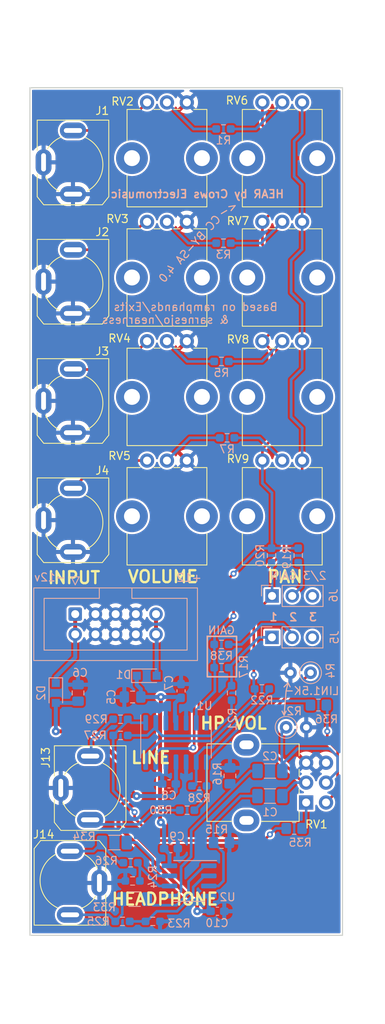
<source format=kicad_pcb>
(kicad_pcb (version 20211014) (generator pcbnew)
  (title_block (title "Exits") (date "2022-01-28") (rev "2.1"))
  (layers (0 "F.Cu" signal) (31 "B.Cu" signal) (34 "B.Paste" user) (35 "F.Paste" user) (36 "B.SilkS" user "B.Silkscreen") (37 "F.SilkS" user "F.Silkscreen") (38 "B.Mask" user) (39 "F.Mask" user) (44 "Edge.Cuts" user))
  (net 0 "")
  (net 1 "GND")
  (net 2 "Net-(C1-Pad1)")
  (net 3 "Net-(C1-Pad2)")
  (net 4 "Net-(C2-Pad2)")
  (net 5 "+12V")
  (net 6 "-12V")
  (net 7 "Net-(D1-Pad2)")
  (net 8 "Net-(D2-Pad1)")
  (net 9 "Net-(J1-PadT)")
  (net 10 "Net-(J4-PadT)")
  (net 11 "Net-(J5-Pad1)")
  (net 12 "Net-(R1-Pad2)")
  (net 13 "Net-(J6-Pad1)")
  (net 14 "Net-(J5-Pad2)")
  (net 15 "RLineOut")
  (net 16 "LLineOut")
  (net 18 "Net-(R3-Pad2)")
  (net 19 "Net-(R21-Pad2)")
  (net 20 "Net-(R5-Pad2)")
  (net 21 "Net-(R7-Pad2)")
  (net 22 "HPoutR")
  (net 23 "HPoutL")
  (net 24 "Net-(R22-Pad2)")
  (net 25 "Net-(J6-Pad2)")
  (net 26 "Net-(R23-Pad2)")
  (net 27 "Net-(R24-Pad2)")
  (net 28 "Net-(R3-Pad1)")
  (net 29 "Net-(R1-Pad1)")
  (net 30 "Net-(J2-PadT)")
  (net 31 "Net-(R5-Pad1)")
  (net 32 "Net-(R7-Pad1)")
  (net 33 "Net-(R33-Pad2)")
  (net 34 "Net-(R34-Pad2)")
  (net 35 "Net-(J3-PadT)")
  (net 36 "/LeftMix")
  (net 37 "/RightMix")
  (net 39 "Net-(C2-Pad1)")
  (net 40 "Net-(R35-Pad1)")
  (net 41 "Net-(R36-Pad1)")
  (net 42 "Lout")
  (net 43 "Rout")
  (footprint "nearness:PJ341" (layer "F.Cu") (at 19.685 49.911 180)
    (fp_text reference "J2")
    (fp_text value "PJ341")
  )
  (footprint "Potentiometer_THT:Potentiometer_Alps_RK09K_Single_Vertical" (layer "F.Cu") (at 43.5 72.4 -90)
    (fp_text reference "RV9")
    (fp_text value "10K")
  )
  (footprint "nearness:PJ341" (layer "F.Cu") (at 19.685 34.925 180)
    (fp_text reference "J1")
    (fp_text value "PJ341")
  )
  (footprint "nearness:PJ341" (layer "F.Cu") (at 19.685 64.897 180)
    (fp_text reference "J3")
    (fp_text value "PJ341")
  )
  (footprint "Potentiometer_THT:Potentiometer_Alps_RK09K_Single_Vertical" (layer "F.Cu") (at 29 27.4 -90)
    (fp_text reference "RV2")
    (fp_text value "10K Vol")
  )
  (footprint "Potentiometer_THT:Potentiometer_Alps_RK09K_Single_Vertical" (layer "F.Cu") (at 43.5 42.4 -90)
    (fp_text reference "RV7")
    (fp_text value "10K")
  )
  (footprint "Potentiometer_THT:Potentiometer_Alps_RK09K_Single_Vertical" (layer "F.Cu") (at 43.5 57.4 -90)
    (fp_text reference "RV8")
    (fp_text value "10K")
  )
  (footprint "Potentiometer_THT:Potentiometer_Alpha_RD902F-40-00D_Dual_Vertical" (layer "F.Cu") (at 49.0036 115.3668 180)
    (fp_text reference "RV1")
    (fp_text value "B10K")
  )
  (footprint "Potentiometer_THT:Potentiometer_Alps_RK09K_Single_Vertical" (layer "F.Cu") (at 29 57.4 -90)
    (fp_text reference "RV4")
    (fp_text value "10K Vol")
  )
  (footprint "nearness:PJ341" (layer "F.Cu") (at 21.844 113.538 180)
    (fp_text reference "J13")
    (fp_text value "PJ341")
  )
  (footprint "Potentiometer_THT:Potentiometer_Alps_RK09K_Single_Vertical" (layer "F.Cu") (at 29 42.4 -90)
    (fp_text reference "RV3")
    (fp_text value "10K Vol")
  )
  (footprint "Potentiometer_THT:Potentiometer_Alps_RK09K_Single_Vertical" (layer "F.Cu") (at 29 72.4 -90)
    (fp_text reference "RV5")
    (fp_text value "10K Vol")
  )
  (footprint "Potentiometer_THT:Potentiometer_Alps_RK09K_Single_Vertical" (layer "F.Cu") (at 43.5 27.4 -90)
    (fp_text reference "RV6")
    (fp_text value "10K")
  )
  (footprint "nearness:PJ341" (layer "F.Cu") (at 19.685 79.883 180)
    (fp_text reference "J4")
    (fp_text value "PJ341")
  )
  (footprint "nearness:PJ341" (layer "F.Cu") (at 19.304 125.476)
    (fp_text reference "J14")
    (fp_text value "PJ341")
  )
  (footprint "Capacitor_SMD:C_0805_2012Metric_Pad1.18x1.45mm_HandSolder" (layer "B.Cu") (at 27.178 102.108 180)
    (fp_text reference "C5")
    (fp_text value "22u")
  )
  (footprint "Capacitor_SMD:C_0805_2012Metric_Pad1.18x1.45mm_HandSolder" (layer "B.Cu") (at 20.32 101.6 -90)
    (fp_text reference "C6")
    (fp_text value "22u")
  )
  (footprint "Capacitor_SMD:C_0603_1608Metric_Pad1.08x0.95mm_HandSolder" (layer "B.Cu") (at 33.274 101.346 90)
    (fp_text reference "C7")
    (fp_text value "100n")
  )
  (footprint "Capacitor_SMD:C_0603_1608Metric_Pad1.08x0.95mm_HandSolder" (layer "B.Cu") (at 31.75 113.03)
    (fp_text reference "C8")
    (fp_text value "100n")
  )
  (footprint "Capacitor_SMD:C_0603_1608Metric_Pad1.08x0.95mm_HandSolder" (layer "B.Cu") (at 32.004 121.158)
    (fp_text reference "C9")
    (fp_text value "100n")
  )
  (footprint "Capacitor_SMD:C_0603_1608Metric_Pad1.08x0.95mm_HandSolder" (layer "B.Cu") (at 37.846 129.032 180)
    (fp_text reference "C10")
    (fp_text value "100n")
  )
  (footprint "Diode_SMD:D_SOD-323_HandSoldering" (layer "B.Cu") (at 28.956 99.441)
    (fp_text reference "D1")
    (fp_text value "1N5819HW")
  )
  (footprint "Diode_SMD:D_SOD-323_HandSoldering" (layer "B.Cu") (at 17.526 101.6 -90)
    (fp_text reference "D2")
    (fp_text value "1N5819HW")
  )
  (footprint "Resistor_SMD:R_0603_1608Metric_Pad0.98x0.95mm_HandSolder" (layer "B.Cu") (at 38.354 98.425)
    (fp_text reference "R17")
    (fp_text value "51K")
  )
  (footprint "Resistor_SMD:R_0603_1608Metric_Pad0.98x0.95mm_HandSolder" (layer "B.Cu") (at 48.006 84.328 -90)
    (fp_text reference "R19")
    (fp_text value "100K")
  )
  (footprint "Resistor_SMD:R_0603_1608Metric_Pad0.98x0.95mm_HandSolder" (layer "B.Cu") (at 44.6532 84.328 -90)
    (fp_text reference "R20")
    (fp_text value "51K")
  )
  (footprint "Resistor_SMD:R_0603_1608Metric_Pad0.98x0.95mm_HandSolder" (layer "B.Cu") (at 39.624 101.6 -90)
    (fp_text reference "R21")
    (fp_text value "10K")
  )
  (footprint "Resistor_SMD:R_0603_1608Metric_Pad0.98x0.95mm_HandSolder" (layer "B.Cu") (at 43.434 101.092)
    (fp_text reference "R22")
    (fp_text value "10K")
  )
  (footprint "Resistor_SMD:R_0603_1608Metric_Pad0.98x0.95mm_HandSolder" (layer "B.Cu") (at 25.654 106.934 180)
    (fp_text reference "R27")
    (fp_text value "10K")
  )
  (footprint "Resistor_SMD:R_0603_1608Metric_Pad0.98x0.95mm_HandSolder" (layer "B.Cu") (at 35.56 113.284)
    (fp_text reference "R28")
    (fp_text value "10K")
  )
  (footprint "Resistor_SMD:R_0603_1608Metric_Pad0.98x0.95mm_HandSolder" (layer "B.Cu") (at 25.654 104.902 180)
    (fp_text reference "R29")
    (fp_text value "470")
  )
  (footprint "Resistor_SMD:R_0603_1608Metric_Pad0.98x0.95mm_HandSolder" (layer "B.Cu") (at 34.036 116.332 180)
    (fp_text reference "R30")
    (fp_text value "470")
  )
  (footprint "Package_SO:SOIC-14_3.9x8.7mm_P1.27mm" (layer "B.Cu") (at 32.639 107.823 -90)
    (fp_text reference "U1")
    (fp_text value "TL074")
  )
  (footprint "Connector_IDC:IDC-Header_2x05_P2.54mm_Vertical" (layer "B.Cu") (at 19.9644 91.694 -90)
    (fp_text reference "J12" hide)
    (fp_text value "Euro power header")
  )
  (footprint "Resistor_SMD:R_0603_1608Metric_Pad0.98x0.95mm_HandSolder" (layer "B.Cu") (at 39.0652 69.5452)
    (fp_text reference "R7")
    (fp_text value "50K")
  )
  (footprint "Capacitor_SMD:C_1206_3216Metric_Pad1.33x1.80mm_HandSolder" (layer "B.Cu") (at 44.45 111.4044 180)
    (fp_text reference "C2")
    (fp_text value "0.47uF")
  )
  (footprint "Resistor_SMD:R_1206_3216Metric_Pad1.30x1.75mm_HandSolder" (layer "B.Cu") (at 24.892 120.396)
    (fp_text reference "R34")
    (fp_text value "10")
  )
  (footprint "Capacitor_SMD:C_1206_3216Metric_Pad1.33x1.80mm_HandSolder" (layer "B.Cu") (at 44.45 114.554 180)
    (fp_text reference "C1")
    (fp_text value "0.47uF")
  )
  (footprint "Connector_PinHeader_2.54mm:PinHeader_1x03_P2.54mm_Vertical" (layer "B.Cu") (at 44.704 94.615 -90)
    (fp_text reference "J5")
    (fp_text value "Attenuator Jumper 1")
  )
  (footprint "Resistor_SMD:R_0603_1608Metric_Pad0.98x0.95mm_HandSolder" (layer "B.Cu") (at 29.718 130.302 180)
    (fp_text reference "R23")
    (fp_text value "10K")
  )
  (footprint "Resistor_SMD:R_0805_2012Metric_Pad1.20x1.40mm_HandSolder" (layer "B.Cu") (at 47.498 118.618 180)
    (fp_text reference "R35")
    (fp_text value "100K")
  )
  (footprint "Resistor_SMD:R_0603_1608Metric_Pad0.98x0.95mm_HandSolder" (layer "B.Cu") (at 38.354 59.944)
    (fp_text reference "R5")
    (fp_text value "50K")
  )
  (footprint "Resistor_SMD:R_0805_2012Metric_Pad1.20x1.40mm_HandSolder" (layer "B.Cu") (at 38.354 120.396 180)
    (fp_text reference "R15")
    (fp_text value "100K")
  )
  (footprint "Resistor_SMD:R_0805_2012Metric_Pad1.20x1.40mm_HandSolder" (layer "B.Cu") (at 39.4208 112.014 -90)
    (fp_text reference "R16")
    (fp_text value "100K")
  )
  (footprint "Resistor_SMD:R_0805_2012Metric_Pad1.20x1.40mm_HandSolder" (layer "B.Cu") (at 50.546 103.124 180)
    (fp_text reference "R36")
    (fp_text value "100K")
  )
  (footprint "Resistor_SMD:R_0603_1608Metric_Pad0.98x0.95mm_HandSolder" (layer "B.Cu") (at 27.178 125.222)
    (fp_text reference "R24")
    (fp_text value "10K")
  )
  (footprint "Package_SO:SOIC-8_3.9x4.9mm_P1.27mm" (layer "B.Cu") (at 34.29 125.222 180)
    (fp_text reference "U2")
    (fp_text value "RC4580")
  )
  (footprint "Resistor_THT:R_Axial_DIN0207_L6.3mm_D2.5mm_P2.54mm_Vertical" (layer "B.Cu") (at 46.482 105.918)
    (fp_text reference "R2")
    (fp_text value "LIN1.5K" hide)
  )
  (footprint "Connector_PinHeader_2.54mm:PinHeader_1x03_P2.54mm_Vertical" (layer "B.Cu") (at 44.719 89.408 -90)
    (fp_text reference "J6")
    (fp_text value "Attenuator Jumper 2")
  )
  (footprint "Resistor_SMD:R_0603_1608Metric_Pad0.98x0.95mm_HandSolder" (layer "B.Cu") (at 25.908 130.302)
    (fp_text reference "R25")
    (fp_text value "1K")
  )
  (footprint "Resistor_SMD:R_1206_3216Metric_Pad1.30x1.75mm_HandSolder" (layer "B.Cu") (at 27.432 127.508)
    (fp_text reference "R33")
    (fp_text value "10")
  )
  (footprint "Resistor_SMD:R_0603_1608Metric_Pad0.98x0.95mm_HandSolder" (layer "B.Cu") (at 26.924 122.936)
    (fp_text reference "R26")
    (fp_text value "1K")
  )
  (footprint "Resistor_SMD:R_0603_1608Metric_Pad0.98x0.95mm_HandSolder" (layer "B.Cu") (at 38.354 95.504)
    (fp_text reference "R38")
    (fp_text value "100K")
  )
  (footprint "Resistor_SMD:R_0603_1608Metric_Pad0.98x0.95mm_HandSolder" (layer "B.Cu") (at 38.608 45.085)
    (fp_text reference "R3")
    (fp_text value "50K")
  )
  (footprint "Resistor_SMD:R_0603_1608Metric_Pad0.98x0.95mm_HandSolder" (layer "B.Cu") (at 38.608 30.734)
    (fp_text reference "R1")
    (fp_text value "50K")
  )
  (footprint "Resistor_THT:R_Axial_DIN0207_L6.3mm_D2.5mm_P2.54mm_Vertical" (layer "B.Cu") (at 49.559 99.06 180)
    (fp_text reference "R4")
    (fp_text value "LIN1.5K")
  )
  (gr_line (start 46.736 100.33) (end 46.99 100.838) (layer "B.SilkS") (width 0.15))
  (gr_line (start 46.482 101.346) (end 47.244 101.346) (layer "B.SilkS") (width 0.15))
  (gr_line (start 46.228 104.394) (end 46.482 103.886) (layer "B.SilkS") (width 0.15))
  (gr_line (start 46.736 100.33) (end 46.228 100.838) (layer "B.SilkS") (width 0.15))
  (gr_rect (start 40.259 94.488) (end 36.576 99.568) (layer "B.SilkS") (width 0.2) (fill none))
  (gr_line (start 46.482 101.346) (end 46.736 100.33) (layer "B.SilkS") (width 0.15))
  (gr_line (start 46.482 101.346) (end 46.228 104.394) (layer "B.SilkS") (width 0.15))
  (gr_line (start 46.228 104.394) (end 45.974 103.886) (layer "B.SilkS") (width 0.15))
  (gr_rect (start 53.5748 132.0524) (end 14.2748 25.5524) (layer "Edge.Cuts") (width 0.15) (fill none))
  (gr_text "HEAR by Crows Electromusic" (at 46.3296 38.9128) (layer "B.SilkS") (effects (font (size 1 1) (thickness 0.2)) (justify left mirror)))
  (gr_text "Based on ramphands/Exits\n        & sarnesjo/nearness\n" (at 45.5168 53.8988) (layer "B.SilkS") (effects (font (size 1 1)) (justify left mirror)))
  (gr_text "-12v" (at 16.764 87.0712) (layer "B.SilkS") (effects (font (size 1 1)) (justify mirror)))
  (gr_text "2/3 GAIN" (at 48.006 86.868) (layer "B.SilkS") (effects (font (size 1 1)) (justify mirror)))
  (gr_text "+12" (at 34.29 87.122) (layer "B.SilkS") (effects (font (size 1 1)) (justify mirror)))
  (gr_text "<-" (at 40.3352 40.132 30) (layer "B.SilkS") (effects (font (size 1 1)) (justify left mirror)))
  (gr_text "GAIN" (at 38.354 93.726) (layer "B.SilkS") (effects (font (size 1 1)) (justify mirror)))
  (gr_text "CC BY-SA 4.0" (at 38.0492 41.7068 48) (layer "B.SilkS") (effects (font (size 1 1)) (justify left mirror)))
  (gr_text "3  2  1" (at 47.371 92.075) (layer "B.SilkS") (effects (font (size 1 1) (thickness 0.2)) (justify mirror)))
  (gr_text "LINE" (at 29.464 109.728) (layer "F.SilkS") (effects (font (size 1.5 1.5) (thickness 0.3))))
  (gr_text "VOLUME" (at 30.988 86.995) (layer "F.SilkS") (effects (font (size 1.5 1.5) (thickness 0.3))))
  (gr_text "HP VOL" (at 39.878 105.41) (layer "F.SilkS") (effects (font (size 1.5 1.5) (thickness 0.3))))
  (gr_text "HEADPHONE" (at 31.242 127.508) (layer "F.SilkS") (effects (font (size 1.5 1.5) (thickness 0.3))))
  (gr_text "PAN" (at 46.355 86.995) (layer "F.SilkS") (effects (font (size 1.5 1.5) (thickness 0.3))))
  (gr_text "INPUT" (at 19.812 87.122) (layer "F.SilkS") (effects (font (size 1.5 1.5) (thickness 0.3))))
  (segment (start 49.0036 112.8668) (end 48.6048 112.8668) (width 0.333) (layer "F.Cu") (net 2))
  (segment (start 44.45 104.169) (end 49.559 99.06) (width 0.333) (layer "F.Cu") (net 2))
  (segment (start 48.6048 112.8668) (end 44.45 108.712) (width 0.333) (layer "F.Cu") (net 2))
  (segment (start 44.45 108.712) (end 44.45 104.169) (width 0.333) (layer "F.Cu") (net 2))
  (segment (start 49.0036 112.8668) (end 47.6122 112.8668) (width 0.333) (layer "B.Cu") (net 2))
  (segment (start 47.6122 112.8668) (end 45.925 114.554) (width 0.333) (layer "B.Cu") (net 2))
  (segment (start 37.354 117.967) (end 37.354 120.396) (width 0.333) (layer "B.Cu") (net 3))
  (segment (start 38.608 125.222) (end 37.973 125.857) (width 0.333) (layer "B.Cu") (net 3))
  (segment (start 42.975 114.554) (end 40.767 114.554) (width 0.333) (layer "B.Cu") (net 3))
  (segment (start 37.973 125.857) (end 36.765 125.857) (width 0.333) (layer "B.Cu") (net 3))
  (segment (start 38.608 121.65) (end 38.608 125.222) (width 0.333) (layer "B.Cu") (net 3))
  (segment (start 40.767 114.554) (end 37.354 117.967) (width 0.333) (layer "B.Cu") (net 3))
  (segment (start 37.354 120.396) (end 38.608 121.65) (width 0.333) (layer "B.Cu") (net 3))
  (segment (start 33.274 123.444) (end 34.544 122.174) (width 0.333) (layer "B.Cu") (net 4))
  (segment (start 34.544 118.872) (end 42.0116 111.4044) (width 0.333) (layer "B.Cu") (net 4))
  (segment (start 34.544 122.174) (end 34.544 118.872) (width 0.333) (layer "B.Cu") (net 4))
  (segment (start 42.0116 111.4044) (end 42.975 111.4044) (width 0.333) (layer "B.Cu") (net 4))
  (segment (start 32.639 127.127) (end 33.274 126.492) (width 0.333) (layer "B.Cu") (net 4))
  (segment (start 33.274 126.492) (end 33.274 123.444) (width 0.333) (layer "B.Cu") (net 4))
  (segment (start 31.815 127.127) (end 32.639 127.127) (width 0.333) (layer "B.Cu") (net 4))
  (segment (start 30.6324 103.0859) (end 30.6324 117.7544) (width 0.5) (layer "F.Cu") (net 5))
  (segment (start 30.6324 117.7544) (end 30.734 117.856) (width 0.5) (layer "F.Cu") (net 5))
  (segment (start 30.734 102.108) (end 30.734 102.9843) (width 0.5) (layer "F.Cu") (net 5))
  (segment (start 30.734 102.9843) (end 30.6324 103.0859) (width 0.5) (layer "F.Cu") (net 5))
  (via (at 30.734 117.856) (size 1) (drill 0.381) (layers "F.Cu" "B.Cu") (net 5))
  (via (at 30.734 102.108) (size 1) (drill 0.381) (layers "F.Cu" "B.Cu") (net 5))
  (segment (start 33.274 102.2085) (end 33.1735 102.2085) (width 0.5) (layer "B.Cu") (net 5))
  (segment (start 33.1735 102.108) (end 33.274 102.2085) (width 0.5) (layer "B.Cu") (net 5))
  (segment (start 33.1735 102.2085) (end 32.512 102.87) (width 0.5) (layer "B.Cu") (net 5))
  (segment (start 31.815 121.8315) (end 31.1415 121.158) (width 0.5) (layer "B.Cu") (net 5))
  (segment (start 32.512 102.87) (end 32.512 105.221) (width 0.5) (layer "B.Cu") (net 5))
  (segment (start 31.1415 121.158) (end 31.1415 118.2635) (width 0.5) (layer "B.Cu") (net 5))
  (segment (start 30.734 102.108) (end 28.2155 102.108) (width 0.5) (layer "B.Cu") (net 5))
  (segment (start 28.2155 102.108) (end 28.2155 101.1135) (width 0.5) (layer "B.Cu") (net 5))
  (segment (start 27.706 100.604) (end 27.706 99.441) (width 0.5) (layer "B.Cu") (net 5))
  (segment (start 31.815 123.317) (end 31.815 121.8315) (width 0.5) (layer "B.Cu") (net 5))
  (segment (start 30.734 102.108) (end 33.1735 102.108) (width 0.5) (layer "B.Cu") (net 5))
  (segment (start 28.2155 101.1135) (end 27.706 100.604) (width 0.5) (layer "B.Cu") (net 5))
  (segment (start 32.512 105.221) (end 32.639 105.348) (width 0.5) (layer "B.Cu") (net 5))
  (segment (start 31.1415 118.2635) (end 30.734 117.856) (width 0.5) (layer "B.Cu") (net 5))
  (segment (start 25.4 118.364) (end 25.4 116.078) (width 0.5) (layer "F.Cu") (net 6))
  (segment (start 26.162 113.03) (end 26.162 110.744) (width 0.5) (layer "F.Cu") (net 6))
  (segment (start 27.686 114.554) (end 26.162 113.03) (width 0.5) (layer "F.Cu") (net 6))
  (segment (start 25.4 116.078) (end 26.924 114.554) (width 0.5) (layer "F.Cu") (net 6))
  (segment (start 35.306 129.032) (end 35.306 128.27) (width 0.5) (layer "F.Cu") (net 6))
  (segment (start 35.306 128.27) (end 25.4 118.364) (width 0.5) (layer "F.Cu") (net 6))
  (segment (start 26.162 110.744) (end 21.844 106.426) (width 0.5) (layer "F.Cu") (net 6))
  (segment (start 26.924 114.554) (end 27.686 114.554) (width 0.5) (layer "F.Cu") (net 6))
  (segment (start 21.844 106.426) (end 17.526 106.426) (width 0.5) (layer "F.Cu") (net 6))
  (via (at 27.686 114.554) (size 1) (drill 0.381) (layers "F.Cu" "B.Cu") (net 6))
  (via (at 35.306 129.032) (size 1) (drill 0.381) (layers "F.Cu" "B.Cu") (net 6))
  (via (at 17.526 106.426) (size 1) (drill 0.381) (layers "F.Cu" "B.Cu") (net 6))
  (segment (start 35.306 129.032) (end 36.9835 129.032) (width 0.5) (layer "B.Cu") (net 6))
  (segment (start 27.686 114.554) (end 32.05425 114.554) (width 0.5) (layer "B.Cu") (net 6))
  (segment (start 20.32 102.6375) (end 20.1075 102.85) (width 0.5) (layer "B.Cu") (net 6))
  (segment (start 17.526 102.85) (end 17.526 106.426) (width 0.5) (layer "B.Cu") (net 6))
  (segment (start 32.639 113.0035) (end 32.6125 113.03) (width 0.5) (layer "B.Cu") (net 6))
  (segment (start 36.9835 129.032) (end 36.765 128.8135) (width 0.5) (layer "B.Cu") (net 6))
  (segment (start 20.1075 102.85) (end 17.526 102.85) (width 0.5) (layer "B.Cu") (net 6))
  (segment (start 36.765 128.8135) (end 36.765 127.127) (width 0.5) (layer "B.Cu") (net 6))
  (segment (start 32.6125 113.99575) (end 32.6125 113.03) (width 0.5) (layer "B.Cu") (net 6))
  (segment (start 32.639 110.298) (end 32.639 113.0035) (width 0.5) (layer "B.Cu") (net 6))
  (segment (start 32.05425 114.554) (end 32.6125 113.99575) (width 0.5) (layer "B.Cu") (net 6))
  (segment (start 30.1244 91.694) (end 30.1244 94.234) (width 0.5) (layer "F.Cu") (net 7))
  (segment (start 30.206 99.441) (end 30.206 94.3156) (width 0.5) (layer "B.Cu") (net 7))
  (segment (start 30.206 94.3156) (end 30.1244 94.234) (width 0.5) (layer "B.Cu") (net 7))
  (segment (start 19.9644 91.694) (end 19.9644 94.234) (width 0.5) (layer "F.Cu") (net 8))
  (segment (start 19.9644 97.1396) (end 17.526 99.578) (width 0.5) (layer "B.Cu") (net 8))
  (segment (start 19.9644 94.234) (end 19.9644 97.1396) (width 0.5) (layer "B.Cu") (net 8))
  (segment (start 17.526 99.578) (end 17.526 100.35) (width 0.5) (layer "B.Cu") (net 8))
  (segment (start 25.475 30.925) (end 29 27.4) (width 0.333) (layer "F.Cu") (net 9))
  (segment (start 19.685 30.925) (end 25.475 30.925) (width 0.333) (layer "F.Cu") (net 9))
  (segment (start 23.168 72.4) (end 19.685 75.883) (width 0.333) (layer "F.Cu") (net 10))
  (segment (start 29 72.4) (end 23.168 72.4) (width 0.333) (layer "F.Cu") (net 10))
  (segment (start 43.0765 94.615) (end 44.704 94.615) (width 0.333) (layer "B.Cu") (net 11))
  (segment (start 36.449 103.8625) (end 39.624 100.6875) (width 0.333) (layer "B.Cu") (net 11))
  (segment (start 36.449 105.348) (end 36.449 103.8625) (width 0.333) (layer "B.Cu") (net 11))
  (segment (start 39.624 98.7825) (end 39.2665 98.425) (width 0.333) (layer "B.Cu") (net 11))
  (segment (start 39.2665 98.425) (end 43.0765 94.615) (width 0.333) (layer "B.Cu") (net 11))
  (segment (start 39.624 100.6875) (end 39.624 98.7825) (width 0.333) (layer "B.Cu") (net 11))
  (segment (start 39.433 30.734) (end 42.666 30.734) (width 0.333) (layer "B.Cu") (net 12))
  (segment (start 42.666 30.734) (end 46 27.4) (width 0.333) (layer "B.Cu") (net 12))
  (segment (start 42.418 91.709) (end 44.719 89.408) (width 0.333) (layer "F.Cu") (net 13))
  (segment (start 42.418 99.314) (end 42.418 91.709) (width 0.333) (layer "F.Cu") (net 13))
  (via (at 42.418 99.314) (size 0.762) (drill 0.381) (layers "F.Cu" "B.Cu") (net 13))
  (segment (start 44.6532 85.2405) (end 44.719 85.3063) (width 0.333) (layer "B.Cu") (net 13))
  (segment (start 37.126872 107.6452) (end 40.66211 104.109962) (width 0.333) (layer "B.Cu") (net 13))
  (segment (start 42.418 100.901) (end 42.609 101.092) (width 0.333) (layer "B.Cu") (net 13))
  (segment (start 28.829 109.4486) (end 30.6324 107.6452) (width 0.333) (layer "B.Cu") (net 13))
  (segment (start 40.66211 104.109962) (end 40.670038 104.109962) (width 0.333) (layer "B.Cu") (net 13))
  (segment (start 28.829 110.298) (end 28.829 109.4486) (width 0.333) (layer "B.Cu") (net 13))
  (segment (start 40.670038 104.109962) (end 42.609 102.171) (width 0.333) (layer "B.Cu") (net 13))
  (segment (start 42.609 102.171) (end 42.609 101.092) (width 0.333) (layer "B.Cu") (net 13))
  (segment (start 42.418 99.314) (end 42.418 100.901) (width 0.333) (layer "B.Cu") (net 13))
  (segment (start 30.6324 107.6452) (end 37.126872 107.6452) (width 0.333) (layer "B.Cu") (net 13))
  (segment (start 44.719 85.3063) (end 44.719 89.408) (width 0.333) (layer "B.Cu") (net 13))
  (segment (start 40.894 95.504) (end 39.179 95.504) (width 0.333) (layer "B.Cu") (net 14))
  (segment (start 46.101 92.964) (end 43.434 92.964) (width 0.333) (layer "B.Cu") (net 14))
  (segment (start 47.244 94.615) (end 47.244 94.107) (width 0.333) (layer "B.Cu") (net 14))
  (segment (start 43.434 92.964) (end 40.894 95.504) (width 0.333) (layer "B.Cu") (net 14))
  (segment (start 47.244 94.107) (end 46.101 92.964) (width 0.333) (layer "B.Cu") (net 14))
  (segment (start 29.718 116.332) (end 27.94 118.11) (width 0.333) (layer "B.Cu") (net 15))
  (segment (start 27.94 118.11) (end 22.416 118.11) (width 0.333) (layer "B.Cu") (net 15))
  (segment (start 22.416 118.11) (end 21.844 117.538) (width 0.333) (layer "B.Cu") (net 15))
  (segment (start 33.1235 116.332) (end 29.718 116.332) (width 0.333) (layer "B.Cu") (net 15))
  (segment (start 21.971 109.411) (end 21.844 109.538) (width 0.333) (layer "B.Cu") (net 16))
  (segment (start 24.638 104.902) (end 21.971 107.569) (width 0.333) (layer "B.Cu") (net 16))
  (segment (start 24.7415 104.902) (end 24.638 104.902) (width 0.333) (layer "B.Cu") (net 16))
  (segment (start 21.971 107.569) (end 21.971 109.411) (width 0.333) (layer "B.Cu") (net 16))
  (segment (start 39.433 45.085) (end 43.315 45.085) (width 0.333) (layer "B.Cu") (net 18))
  (segment (start 43.315 45.085) (end 46 42.4) (width 0.333) (layer "B.Cu") (net 18))
  (segment (start 30.099 105.348) (end 30.099 106.172) (width 0.333) (layer "B.Cu") (net 19))
  (segment (start 29.02413 106.934) (end 26.5665 106.934) (width 0.333) (layer "B.Cu") (net 19))
  (segment (start 30.099 105.348) (end 30.099 105.85913) (width 0.333) (layer "B.Cu") (net 19))
  (segment (start 36.957808 106.9848) (end 39.624 104.318608) (width 0.333) (layer "B.Cu") (net 19))
  (segment (start 30.099 105.85913) (end 29.02413 106.934) (width 0.333) (layer "B.Cu") (net 19))
  (segment (start 30.099 106.172) (end 30.9118 106.9848) (width 0.333) (layer "B.Cu") (net 19))
  (segment (start 39.624 104.318608) (end 39.624 102.5125) (width 0.333) (layer "B.Cu") (net 19))
  (segment (start 30.9118 106.9848) (end 36.957808 106.9848) (width 0.333) (layer "B.Cu") (net 19))
  (segment (start 39.179 59.944) (end 43.456 59.944) (width 0.333) (layer "B.Cu") (net 20))
  (segment (start 43.456 59.944) (end 46 57.4) (width 0.333) (layer "B.Cu") (net 20))
  (segment (start 39.8902 69.5452) (end 43.1452 69.5452) (width 0.333) (layer "B.Cu") (net 21))
  (segment (start 43.1452 69.5452) (end 46 72.4) (width 0.333) (layer "B.Cu") (net 21))
  (segment (start 22.262 121.476) (end 19.304 121.476) (width 0.333) (layer "B.Cu") (net 22))
  (segment (start 23.342 120.396) (end 22.262 121.476) (width 0.333) (layer "B.Cu") (net 22))
  (segment (start 23.342 120.7745) (end 25.5035 122.936) (width 0.333) (layer "B.Cu") (net 22))
  (segment (start 25.5035 122.936) (end 26.0115 122.936) (width 0.333) (layer "B.Cu") (net 22))
  (segment (start 23.342 120.396) (end 23.342 120.7745) (width 0.333) (layer "B.Cu") (net 22))
  (segment (start 25.882 127.508) (end 25.882 129.4155) (width 0.333) (layer "B.Cu") (net 23))
  (segment (start 25.882 129.4155) (end 24.9955 130.302) (width 0.333) (layer "B.Cu") (net 23))
  (segment (start 24.1695 129.476) (end 19.304 129.476) (width 0.333) (layer "B.Cu") (net 23))
  (segment (start 24.9955 130.302) (end 24.1695 129.476) (width 0.333) (layer "B.Cu") (net 23))
  (segment (start 35.179 110.298) (end 35.179 109.474) (width 0.333) (layer "B.Cu") (net 24))
  (segment (start 37.211 108.458) (end 37.25948 108.40952) (width 0.333) (layer "B.Cu") (net 24))
  (segment (start 36.195 108.458) (end 37.211 108.458) (width 0.333) (layer "B.Cu") (net 24))
  (segment (start 35.179 110.298) (end 35.179 113.094) (width 0.333) (layer "B.Cu") (net 24))
  (segment (start 44.259 101.41) (end 44.259 101.092) (width 0.333) (layer "B.Cu") (net 24))
  (segment (start 37.25948 108.40952) (end 37.259481 108.342055) (width 0.333) (layer "B.Cu") (net 24))
  (segment (start 40.905055 104.696481) (end 40.972519 104.696481) (width 0.333) (layer "B.Cu") (net 24))
  (segment (start 37.259481 108.342055) (end 40.905055 104.696481) (width 0.333) (layer "B.Cu") (net 24))
  (segment (start 40.972519 104.696481) (end 44.259 101.41) (width 0.333) (layer "B.Cu") (net 24))
  (segment (start 35.179 113.094) (end 34.735 113.538) (width 0.333) (layer "B.Cu") (net 24))
  (segment (start 35.179 109.474) (end 36.195 108.458) (width 0.333) (layer "B.Cu") (net 24))
  (segment (start 48.4124 88.2546) (end 47.259 89.408) (width 0.333) (layer "B.Cu") (net 25))
  (segment (start 48.4124 85.7118) (end 48.4124 88.2546) (width 0.333) (layer "B.Cu") (net 25))
  (segment (start 32.766 129.032) (end 30.226 129.032) (width 0.333) (layer "B.Cu") (net 26))
  (segment (start 30.226 129.032) (end 28.956 130.302) (width 0.333) (layer "B.Cu") (net 26))
  (segment (start 36.20307 124.587) (end 34.798 125.99207) (width 0.333) (layer "B.Cu") (net 26))
  (segment (start 36.765 124.587) (end 36.20307 124.587) (width 0.333) (layer "B.Cu") (net 26))
  (segment (start 34.798 127) (end 32.766 129.032) (width 0.333) (layer "B.Cu") (net 26))
  (segment (start 28.8055 130.302) (end 26.8205 130.302) (width 0.333) (layer "B.Cu") (net 26))
  (segment (start 34.798 125.99207) (end 34.798 127) (width 0.333) (layer "B.Cu") (net 26))
  (segment (start 28.956 130.302) (end 28.8055 130.302) (width 0.333) (layer "B.Cu") (net 26))
  (segment (start 28.0905 123.19) (end 28.0905 125.222) (width 0.333) (layer "B.Cu") (net 27))
  (segment (start 27.8365 122.936) (end 28.0905 123.19) (width 0.333) (layer "B.Cu") (net 27))
  (segment (start 27.8365 123.19) (end 30.5035 125.857) (width 0.333) (layer "B.Cu") (net 27))
  (segment (start 30.5035 125.857) (end 31.815 125.857) (width 0.333) (layer "B.Cu") (net 27))
  (segment (start 27.8365 122.936) (end 27.8365 123.19) (width 0.333) (layer "B.Cu") (net 27))
  (segment (start 34.185 45.085) (end 37.783 45.085) (width 0.333) (layer "B.Cu") (net 28))
  (segment (start 31.5 42.4) (end 34.185 45.085) (width 0.333) (layer "B.Cu") (net 28))
  (segment (start 34.834 30.734) (end 37.783 30.734) (width 0.333) (layer "B.Cu") (net 29))
  (segment (start 31.5 27.4) (end 34.834 30.734) (width 0.333) (layer "B.Cu") (net 29))
  (segment (start 25.209 45.911) (end 19.685 45.911) (width 0.333) (layer "F.Cu") (net 30))
  (segment (start 29 42.4) (end 28.72 42.4) (width 0.333) (layer "F.Cu") (net 30))
  (segment (start 28.72 42.4) (end 25.209 45.911) (width 0.333) (layer "F.Cu") (net 30))
  (segment (start 31.5 57.4) (end 34.044 59.944) (width 0.333) (layer "B.Cu") (net 31))
  (segment (start 34.044 59.944) (end 37.529 59.944) (width 0.333) (layer "B.Cu") (net 31))
  (segment (start 34.3548 69.5452) (end 38.2402 69.5452) (width 0.333) (layer "B.Cu") (net 32))
  (segment (start 31.5 72.4) (end 34.3548 69.5452) (width 0.333) (layer "B.Cu") (net 32))
  (segment (start 34.21148 126.757056) (end 32.698536 128.27) (width 0.333) (layer "B.Cu") (net 33))
  (segment (start 36.765 123.317) (end 36.195 123.317) (width 0.333) (layer "B.Cu") (net 33))
  (segment (start 32.698536 128.27) (end 29.744 128.27) (width 0.333) (layer "B.Cu") (net 33))
  (segment (start 36.195 123.317) (end 34.21148 125.30052) (width 0.333) (layer "B.Cu") (net 33))
  (segment (start 34.21148 125.30052) (end 34.21148 126.757056) (width 0.333) (layer "B.Cu") (net 33))
  (segment (start 29.744 128.27) (end 28.982 127.508) (width 0.333) (layer "B.Cu") (net 33))
  (segment (start 29.718 122.428) (end 27.686 120.396) (width 0.333) (layer "B.Cu") (net 34))
  (segment (start 30.353 124.587) (end 29.718 123.952) (width 0.333) (layer "B.Cu") (net 34))
  (segment (start 27.686 120.396) (end 26.442 120.396) (width 0.333) (layer "B.Cu") (net 34))
  (segment (start 29.718 123.952) (end 29.718 122.428) (width 0.333) (layer "B.Cu") (net 34))
  (segment (start 31.815 124.587) (end 30.353 124.587) (width 0.333) (layer "B.Cu") (net 34))
  (segment (start 19.748 60.96) (end 19.685 60.897) (width 0.333) (layer "F.Cu") (net 35))
  (segment (start 29 57.4) (end 25.44 60.96) (width 0.333) (layer "F.Cu") (net 35))
  (segment (start 25.44 60.96) (end 19.748 60.96) (width 0.333) (layer "F.Cu") (net 35))
  (segment (start 39.878 90.17) (end 46.228 83.82) (width 0.333) (layer "F.Cu") (net 36))
  (segment (start 48.5 76.212) (end 48.5 72.4) (width 0.333) (layer "F.Cu") (net 36))
  (segment (start 46.228 78.484) (end 48.5 76.212) (width 0.333) (layer "F.Cu") (net 36))
  (segment (start 46.228 83.82) (end 46.228 78.484) (width 0.333) (layer "F.Cu") (net 36))
  (segment (start 39.878 91.948) (end 39.878 90.17) (width 0.333) (layer "F.Cu") (net 36))
  (via (at 39.878 91.948) (size 0.762) (drill 0.381) (layers "F.Cu" "B.Cu") (net 36))
  (segment (start 37.465 95.568) (end 37.465 97.9114) (width 0.333) (layer "B.Cu") (net 36))
  (segment (start 37.4904 95.4654) (end 37.529 95.504) (width 0.333) (layer "B.Cu") (net 36))
  (segment (start 48.5 31.256) (end 47.498 32.258) (width 0.333) (layer "B.Cu") (net 36))
  (segment (start 48.514 68.453) (end 48.5 68.467) (width 0.333) (layer "B.Cu") (net 36))
  (segment (start 35.179 103.759) (end 35.179 105.348) (width 0.333) (layer "B.Cu") (net 36))
  (segment (start 47.498 36.703) (end 48.5 37.705) (width 0.333) (layer "B.Cu") (net 36))
  (segment (start 48.5 45.861) (end 47.117 47.244) (width 0.333) (layer "B.Cu") (net 36))
  (segment (start 37.529 101.409) (end 35.179 103.759) (width 0.333) (layer "B.Cu") (net 36))
  (segment (start 48.5 57.4) (end 48.5 60.847) (width 0.333) (layer "B.Cu") (net 36))
  (segment (start 37.4904 94.3356) (end 37.4904 95.4654) (width 0.333) (layer "B.Cu") (net 36))
  (segment (start 37.465 97.9114) (end 37.529 97.9754) (width 0.333) (layer "B.Cu") (net 36))
  (segment (start 48.514 52.705) (end 48.5 52.719) (width 0.333) (layer "B.Cu") (net 36))
  (segment (start 47.498 32.258) (end 47.498 36.703) (width 0.333) (layer "B.Cu") (net 36))
  (segment (start 48.514 68.326) (end 48.514 68.453) (width 0.333) (layer "B.Cu") (net 36))
  (segment (start 48.5 37.705) (end 48.5 42.4) (width 0.333) (layer "B.Cu") (net 36))
  (segment (start 48.5 60.847) (end 47.117 62.23) (width 0.333) (layer "B.Cu") (net 36))
  (segment (start 47.117 66.929) (end 48.514 68.326) (width 0.333) (layer "B.Cu") (net 36))
  (segment (start 47.117 62.23) (end 47.117 66.929) (width 0.333) (layer "B.Cu") (net 36))
  (segment (start 48.5 42.4) (end 48.5 45.861) (width 0.333) (layer "B.Cu") (net 36))
  (segment (start 37.529 97.9754) (end 37.529 101.409) (width 0.333) (layer "B.Cu") (net 36))
  (segment (start 47.117 51.308) (end 48.514 52.705) (width 0.333) (layer "B.Cu") (net 36))
  (segment (start 39.878 91.948) (end 37.4904 94.3356) (width 0.333) (layer "B.Cu") (net 36))
  (segment (start 48.5 27.4) (end 48.5 31.256) (width 0.333) (layer "B.Cu") (net 36))
  (segment (start 48.5 68.467) (end 48.5 72.4) (width 0.333) (layer "B.Cu") (net 36))
  (segment (start 37.529 95.504) (end 37.465 95.568) (width 0.333) (layer "B.Cu") (net 36))
  (segment (start 47.117 47.244) (end 47.117 51.308) (width 0.333) (layer "B.Cu") (net 36))
  (segment (start 48.5 52.719) (end 48.5 57.4) (width 0.333) (layer "B.Cu") (net 36))
  (segment (start 43.5 42.4) (end 43.5 45.278) (width 0.333) (layer "F.Cu") (net 37))
  (segment (start 43.5 45.278) (end 44.45 46.228) (width 0.333) (layer "F.Cu") (net 37))
  (segment (start 44.45 46.228) (end 44.45 56.45) (width 0.333) (layer "F.Cu") (net 37))
  (segment (start 44.704 31.496) (end 44.704 41.196) (width 0.333) (layer "F.Cu") (net 37))
  (segment (start 44.679989 58.579989) (end 43.5 57.4) (width 0.333) (layer "F.Cu") (net 37))
  (segment (start 43.5 70.927) (end 44.679989 69.747011) (width 0.333) (layer "F.Cu") (net 37))
  (segment (start 34.925 91.567) (end 34.925 108.331) (width 0.333) (layer "F.Cu") (net 37))
  (segment (start 44.45 56.45) (end 43.5 57.4) (width 0.333) (layer "F.Cu") (net 37))
  (segment (start 34.925 108.331) (end 34.798 108.458) (width 0.333) (layer "F.Cu") (net 37))
  (segment (start 43.5 72.4) (end 43.5 70.927) (width 0.333) (layer "F.Cu") (net 37))
  (segment (start 43.5 30.292) (end 44.704 31.496) (width 0.333) (layer "F.Cu") (net 37))
  (segment (start 44.679989 69.747011) (end 44.679989 58.579989) (width 0.333) (layer "F.Cu") (net 37))
  (segment (start 43.5 27.4) (end 43.5 30.292) (width 0.333) (layer "F.Cu") (net 37))
  (segment (start 44.704 41.196) (end 43.5 42.4) (width 0.333) (layer "F.Cu") (net 37))
  (segment (start 39.878 86.614) (end 34.925 91.567) (width 0.333) (layer "F.Cu") (net 37))
  (via (at 39.878 86.614) (size 0.762) (drill 0.381) (layers "F.Cu" "B.Cu") (net 37))
  (via (at 34.798 108.458) (size 0.762) (drill 0.381) (layers "F.Cu" "B.Cu") (net 37))
  (segment (start 43.5 72.4) (end 43.5 75.25) (width 0.333) (layer "B.Cu") (net 37))
  (segment (start 34.798 108.458) (end 34.671 108.585) (width 0.333) (layer "B.Cu") (net 37))
  (segment (start 44.704 83.3647) (end 44.6532 83.4155) (width 0.333) (layer "B.Cu") (net 37))
  (segment (start 44.704 76.454) (end 44.704 83.3647) (width 0.333) (layer "B.Cu") (net 37))
  (segment (start 43.0765 83.4155) (end 44.6532 83.4155) (width 0.333) (layer "B.Cu") (net 37))
  (segment (start 30.734 108.585) (end 30.099 109.22) (width 0.333) (layer "B.Cu") (net 37))
  (segment (start 39.878 86.614) (end 43.0765 83.4155) (width 0.333) (layer "B.Cu") (net 37))
  (segment (start 43.5 75.25) (end 44.704 76.454) (width 0.333) (layer "B.Cu") (net 37))
  (segment (start 48.006 83.4155) (end 44.6532 83.4155) (width 0.333) (layer "B.Cu") (net 37))
  (segment (start 34.671 108.585) (end 30.734 108.585) (width 0.333) (layer "B.Cu") (net 37))
  (segment (start 30.099 109.22) (end 30.099 110.298) (width 0.333) (layer "B.Cu") (net 37))
  (segment (start 52.959 109.601) (end 51.943 108.585) (width 0.333) (layer "B.Cu") (net 39))
  (segment (start 51.943 108.585) (end 47.957 108.585) (width 0.333) (layer "B.Cu") (net 39))
  (segment (start 45.945 111.3844) (end 45.945 106.455) (width 0.333) (layer "B.Cu") (net 39))
  (segment (start 45.945 106.455) (end 46.482 105.918) (width 0.333) (layer "B.Cu") (net 39))
  (segment (start 52.959 111.4114) (end 52.959 109.601) (width 0.333) (layer "B.Cu") (net 39))
  (segment (start 47.957 108.585) (end 45.925 110.617) (width 0.333) (layer "B.Cu") (net 39))
  (segment (start 45.925 111.4044) (end 45.945 111.3844) (width 0.333) (layer "B.Cu") (net 39))
  (segment (start 51.5036 112.8668) (end 52.959 111.4114) (width 0.333) (layer "B.Cu") (net 39))
  (segment (start 45.925 110.617) (end 45.925 111.4044) (width 0.333) (layer "B.Cu") (net 39))
  (segment (start 49.0036 115.3668) (end 49.0036 118.1124) (width 0.333) (layer "B.Cu") (net 40))
  (segment (start 49.0036 118.1124) (end 48.498 118.618) (width 0.333) (layer "B.Cu") (net 40))
  (segment (start 51.6636 107.5436) (end 52.959 108.839) (width 0.333) (layer "F.Cu") (net 41))
  (segment (start 52.959 113.9114) (end 51.5036 115.3668) (width 0.333) (layer "F.Cu") (net 41))
  (segment (start 51.6636 106.426) (end 51.6636 107.5436) (width 0.333) (layer "F.Cu") (net 41))
  (segment (start 52.959 108.839) (end 52.959 113.9114) (width 0.333) (layer "F.Cu") (net 41))
  (via (at 51.6636 106.426) (size 0.762) (drill 0.381) (layers "F.Cu" "B.Cu") (net 41))
  (segment (start 51.6636 106.426) (end 51.6636 103.2416) (width 0.333) (layer "B.Cu") (net 41))
  (segment (start 51.6636 103.2416) (end 51.546 103.124) (width 0.333) (layer "B.Cu") (net 41))
  (segment (start 27.432 117.348) (end 30.226 120.142) (width 0.333) (layer "F.Cu") (net 42))
  (segment (start 43.688 120.142) (end 44.45 119.38) (width 0.333) (layer "F.Cu") (net 42))
  (segment (start 27.432 116.586) (end 27.432 117.348) (width 0.333) (layer "F.Cu") (net 42))
  (segment (start 30.226 120.142) (end 43.688 120.142) (width 0.333) (layer "F.Cu") (net 42))
  (via (at 27.432 116.586) (size 0.762) (drill 0.381) (layers "F.Cu" "B.Cu") (net 42))
  (via (at 44.45 119.38) (size 0.762) (drill 0.381) (layers "F.Cu" "B.Cu") (net 42))
  (segment (start 28.829 105.348) (end 27.0125 105.348) (width 0.333) (layer "B.Cu") (net 42))
  (segment (start 24.7415 113.8955) (end 24.7415 106.934) (width 0.333) (layer "B.Cu") (net 42))
  (segment (start 27.0125 105.348) (end 26.5665 104.902) (width 0.333) (layer "B.Cu") (net 42))
  (segment (start 26.5665 104.902) (end 26.5665 105.109) (width 0.333) (layer "B.Cu") (net 42))
  (segment (start 46.498 118.618) (end 45.212 118.618) (width 0.333) (layer "B.Cu") (net 42))
  (segment (start 27.432 116.586) (end 24.7415 113.8955) (width 0.333) (layer "B.Cu") (net 42))
  (segment (start 45.212 118.618) (end 44.45 119.38) (width 0.333) (layer "B.Cu") (net 42))
  (segment (start 26.5665 105.109) (end 24.7415 106.934) (width 0.333) (layer "B.Cu") (net 42))
  (segment (start 36.4725 110.3215) (end 36.449 110.298) (width 0.333) (layer "B.Cu") (net 43))
  (segment (start 43.942 102.616) (end 36.449 110.109) (width 0.333) (layer "B.Cu") (net 43))
  (segment (start 36.4725 113.284) (end 36.4725 114.808) (width 0.333) (layer "B.Cu") (net 43))
  (segment (start 36.449 110.109) (end 36.449 110.298) (width 0.333) (layer "B.Cu") (net 43))
  (segment (start 36.4725 114.808) (end 34.9485 116.332) (width 0.333) (layer "B.Cu") (net 43))
  (segment (start 49.546 103.124) (end 49.038 102.616) (width 0.333) (layer "B.Cu") (net 43))
  (segment (start 49.038 102.616) (end 43.942 102.616) (width 0.333) (layer "B.Cu") (net 43))
  (segment (start 36.4725 113.284) (end 36.4725 110.3215) (width 0.333) (layer "B.Cu") (net 43))
  (zone locked (net 1) (net_name "GND") (layer "F.Cu") (connect_pads (clearance 0.254)) (min_thickness 0.254) (fill yes (thermal_gap 0.508) (thermal_bridge_width 0.508))
    (polygon (pts (xy 58.928 135.5016) (xy 10.5068 135.5016) (xy 10.5068 20.2184) (xy 58.928 20.2184)))
  )
  (zone locked (net 1) (net_name "GND") (layer "B.Cu") (connect_pads (clearance 0.254)) (min_thickness 0.254) (fill yes (thermal_gap 0.508) (thermal_bridge_width 0.508))
    (polygon (pts (xy 58.166 135.654) (xy 11.1164 135.654) (xy 11.1164 21.844) (xy 58.166 21.844)))
  )
)
</source>
